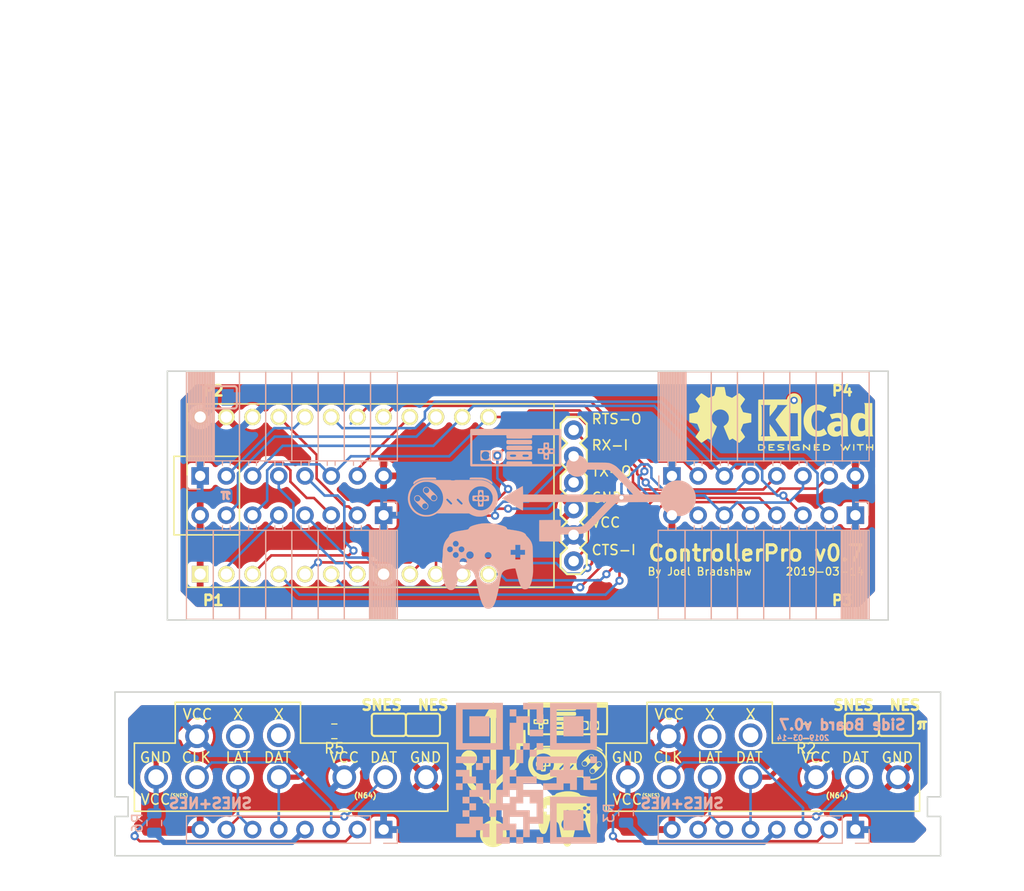
<source format=kicad_pcb>
(kicad_pcb (version 20171130) (host pcbnew 5.1.3-ffb9f22~84~ubuntu18.04.1)
  (layers (0 Top signal) (31 Bottom signal) (34 B.Paste user) (35 F.Paste user) (36 B.SilkS user) (37 F.SilkS user) (38 B.Mask user) (39 F.Mask user) (44 Edge.Cuts user))
  (net 0 "")
  (net 1 CLOCK)
  (net 2 VCC)
  (net 3 GND)
  (net 4 5VDATA1)
  (net 5 5VDATA2)
  (net 6 5VDATA3)
  (net 7 S_OR_NES1)
  (net 8 S_OR_NES2)
  (net 9 S_OR_NES3)
  (net 10 3VDATA1)
  (net 11 3VDATA2)
  (net 12 3VDATA3)
  (net 13 GNDA)
  (net 14 VCCA)
  (net 15 "Net-(JP1-Pad2)")
  (net 16 BT_TX)
  (net 17 BT_RX)
  (net 18 BT_TS)
  (net 19 5VDATA4)
  (net 20 3VDATA4)
  (net 21 S_OR_NES4)
  (net 22 "/Child Board/SNES_NES_A")
  (net 23 "/Child Board/CLK_A")
  (net 24 "/Child Board/LATCH_A")
  (net 25 "/Child Board/SLOW_DATA_A")
  (net 26 "/Child Board/FAST_DATA_A")
  (net 27 "Net-(CP0-Pad8)")
  (net 28 "Net-(CP0-Pad9)")
  (net 29 "/Child Board/SNES_NES_B")
  (net 30 "/Child Board/CLK_B")
  (net 31 "/Child Board/LATCH_B")
  (net 32 "/Child Board/SLOW_DATA_B")
  (net 33 "/Child Board/FAST_DATA_B")
  (net 34 "Net-(CP1-Pad8)")
  (net 35 "Net-(CP1-Pad9)")
  (net 36 "/Child Board/DETECT_A")
  (net 37 "/Child Board/DETECT_B")
  (net 38 LATCH)
  (net 39 DETECT1)
  (net 40 DETECT2)
  (net 41 DETECT3)
  (net 42 DETECT4)
  (module Pin_Headers:Pin_Header_Straight_1x08_Pitch2.54mm (layer Bottom) (at 133.985 137.795 90)
    (fp_text reference P1)
    (fp_text value Conn_01x08_Male)
    (pad 8 thru_hole oval (at 0 -17.78 90) (size 1.7 1.7) (drill 1) (layers *.Cu *.Mask) (net 13 GNDA))
    (pad 7 thru_hole oval (at 0 -15.24 90) (size 1.7 1.7) (drill 1) (layers *.Cu *.Mask) (net 33 "/Child Board/FAST_DATA_B"))
    (pad 6 thru_hole oval (at 0 -12.7 90) (size 1.7 1.7) (drill 1) (layers *.Cu *.Mask) (net 31 "/Child Board/LATCH_B"))
    (pad 5 thru_hole oval (at 0 -10.16 90) (size 1.7 1.7) (drill 1) (layers *.Cu *.Mask) (net 32 "/Child Board/SLOW_DATA_B"))
    (pad 4 thru_hole oval (at 0 -7.62 90) (size 1.7 1.7) (drill 1) (layers *.Cu *.Mask) (net 29 "/Child Board/SNES_NES_B"))
    (pad 3 thru_hole oval (at 0 -5.08 90) (size 1.7 1.7) (drill 1) (layers *.Cu *.Mask) (net 30 "/Child Board/CLK_B"))
    (pad 2 thru_hole oval (at 0 -2.54 90) (size 1.7 1.7) (drill 1) (layers *.Cu *.Mask) (net 37 "/Child Board/DETECT_B"))
    (pad 1 thru_hole rect (at 0 0 90) (size 1.7 1.7) (drill 1) (layers *.Cu *.Mask) (net 14 VCCA))
  )
  (module controllerpro:Teensy30_31_32_LC (layer Top) (at 132.715 105.41)
    (fp_text reference U1)
    (fp_text value Teensy3.2)
    (pad 1 thru_hole rect (at -16.51 7.62) (size 1.6 1.6) (drill 1.1) (layers *.Cu *.Mask F.SilkS) (net 3 GND))
    (pad 2 thru_hole circle (at -13.97 7.62) (size 1.6 1.6) (drill 1.1) (layers *.Cu *.Mask F.SilkS) (net 4 5VDATA1))
    (pad 3 thru_hole circle (at -11.43 7.62) (size 1.6 1.6) (drill 1.1) (layers *.Cu *.Mask F.SilkS) (net 5 5VDATA2))
    (pad 4 thru_hole circle (at -8.89 7.62) (size 1.6 1.6) (drill 1.1) (layers *.Cu *.Mask F.SilkS) (net 6 5VDATA3))
    (pad 5 thru_hole circle (at -6.35 7.62) (size 1.6 1.6) (drill 1.1) (layers *.Cu *.Mask F.SilkS) (net 19 5VDATA4))
    (pad 6 thru_hole circle (at -3.81 7.62) (size 1.6 1.6) (drill 1.1) (layers *.Cu *.Mask F.SilkS) (net 20 3VDATA4))
    (pad 7 thru_hole circle (at -1.27 7.62) (size 1.6 1.6) (drill 1.1) (layers *.Cu *.Mask F.SilkS) (net 8 S_OR_NES2))
    (pad 8 thru_hole circle (at 1.27 7.62) (size 1.6 1.6) (drill 1.1) (layers *.Cu *.Mask F.SilkS) (net 7 S_OR_NES1))
    (pad 9 thru_hole circle (at 3.81 7.62) (size 1.6 1.6) (drill 1.1) (layers *.Cu *.Mask F.SilkS) (net 16 BT_TX))
    (pad 10 thru_hole circle (at 6.35 7.62) (size 1.6 1.6) (drill 1.1) (layers *.Cu *.Mask F.SilkS) (net 17 BT_RX))
    (pad 11 thru_hole circle (at 8.89 7.62) (size 1.6 1.6) (drill 1.1) (layers *.Cu *.Mask F.SilkS) (net 21 S_OR_NES4))
    (pad 12 thru_hole circle (at 11.43 7.62) (size 1.6 1.6) (drill 1.1) (layers *.Cu *.Mask F.SilkS) (net 9 S_OR_NES3))
    (pad 33 thru_hole circle (at -16.51 -7.62) (size 1.6 1.6) (drill 1.1) (layers *.Cu *.Mask F.SilkS) (net 15 "Net-(JP1-Pad2)"))
    (pad 32 thru_hole circle (at -13.97 -7.62) (size 1.6 1.6) (drill 1.1) (layers *.Cu *.Mask F.SilkS) (net 3 GND))
    (pad 31 thru_hole circle (at -11.43 -7.62) (size 1.6 1.6) (drill 1.1) (layers *.Cu *.Mask F.SilkS) (net 2 VCC))
    (pad 30 thru_hole circle (at -8.89 -7.62) (size 1.6 1.6) (drill 1.1) (layers *.Cu *.Mask F.SilkS) (net 39 DETECT1))
    (pad 29 thru_hole circle (at -6.35 -7.62) (size 1.6 1.6) (drill 1.1) (layers *.Cu *.Mask F.SilkS) (net 40 DETECT2))
    (pad 28 thru_hole circle (at -3.81 -7.62) (size 1.6 1.6) (drill 1.1) (layers *.Cu *.Mask F.SilkS) (net 41 DETECT3))
    (pad 27 thru_hole circle (at -1.27 -7.62) (size 1.6 1.6) (drill 1.1) (layers *.Cu *.Mask F.SilkS) (net 42 DETECT4))
    (pad 26 thru_hole circle (at 1.27 -7.62) (size 1.6 1.6) (drill 1.1) (layers *.Cu *.Mask F.SilkS) (net 12 3VDATA3))
    (pad 25 thru_hole circle (at 3.81 -7.62) (size 1.6 1.6) (drill 1.1) (layers *.Cu *.Mask F.SilkS) (net 11 3VDATA2))
    (pad 24 thru_hole circle (at 6.35 -7.62) (size 1.6 1.6) (drill 1.1) (layers *.Cu *.Mask F.SilkS) (net 10 3VDATA1))
    (pad 23 thru_hole circle (at 8.89 -7.62) (size 1.6 1.6) (drill 1.1) (layers *.Cu *.Mask F.SilkS) (net 1 CLOCK))
    (pad 22 thru_hole circle (at 11.43 -7.62) (size 1.6 1.6) (drill 1.1) (layers *.Cu *.Mask F.SilkS) (net 38 LATCH))
  )
  (module logos:sideways (layer Bottom) (at 150.2664 107.6706 180)
    (fp_text reference G*** hide)
    (fp_text value LOGO hide)
  )
  (module logos:qrcode (layer Bottom) (at 147.828 132.334 180)
    (fp_text reference G*** hide)
    (fp_text value LOGO hide)
  )
  (module logos:square_logo (layer Top) (at 148.59 132.461)
    (fp_text reference G*** hide)
    (fp_text value LOGO hide)
  )
  (module Pin_Headers:Pin_Header_Straight_1x08_Pitch2.54mm (layer Bottom) (at 179.705 137.795 90)
    (fp_text reference P3)
    (fp_text value Conn_01x08_Male)
    (pad 1 thru_hole rect (at 0 0 90) (size 1.7 1.7) (drill 1) (layers *.Cu *.Mask) (net 14 VCCA))
    (pad 2 thru_hole oval (at 0 -2.54 90) (size 1.7 1.7) (drill 1) (layers *.Cu *.Mask) (net 36 "/Child Board/DETECT_A"))
    (pad 3 thru_hole oval (at 0 -5.08 90) (size 1.7 1.7) (drill 1) (layers *.Cu *.Mask) (net 23 "/Child Board/CLK_A"))
    (pad 4 thru_hole oval (at 0 -7.62 90) (size 1.7 1.7) (drill 1) (layers *.Cu *.Mask) (net 22 "/Child Board/SNES_NES_A"))
    (pad 5 thru_hole oval (at 0 -10.16 90) (size 1.7 1.7) (drill 1) (layers *.Cu *.Mask) (net 25 "/Child Board/SLOW_DATA_A"))
    (pad 6 thru_hole oval (at 0 -12.7 90) (size 1.7 1.7) (drill 1) (layers *.Cu *.Mask) (net 24 "/Child Board/LATCH_A"))
    (pad 7 thru_hole oval (at 0 -15.24 90) (size 1.7 1.7) (drill 1) (layers *.Cu *.Mask) (net 26 "/Child Board/FAST_DATA_A"))
    (pad 8 thru_hole oval (at 0 -17.78 90) (size 1.7 1.7) (drill 1) (layers *.Cu *.Mask) (net 13 GNDA))
  )
  (module controllerpro:RN42 (layer Top) (at 152.4 105.41 180)
    (fp_text reference U$1 hide)
    (fp_text value RN42 hide)
    (fp_text user RX-I (at -1.651 4.318) (layer F.SilkS) (effects (font (size 0.9652 0.9652) (thickness 0.1524)) (justify left bottom)))
    (fp_text user CTS-I (at -1.651 -5.842) (layer F.SilkS) (effects (font (size 0.9652 0.9652) (thickness 0.1524)) (justify left bottom)))
    (fp_text user RTS-O (at -1.651 6.858) (layer F.SilkS) (effects (font (size 0.9652 0.9652) (thickness 0.1524)) (justify left bottom)))
    (fp_text user TX-O (at -1.651 1.778) (layer F.SilkS) (effects (font (size 0.9652 0.9652) (thickness 0.1524)) (justify left bottom)))
    (fp_text user GND (at -1.651 -0.762) (layer F.SilkS) (effects (font (size 0.9652 0.9652) (thickness 0.1524)) (justify left bottom)))
    (fp_text user VCC (at -1.651 -3.175) (layer F.SilkS) (effects (font (size 0.9652 0.9652) (thickness 0.1524)) (justify left bottom)))
    (pad CTS-I thru_hole circle (at 0 -6.35) (size 1.8796 1.8796) (drill 1.016) (layers *.Cu *.Mask) (net 18 BT_TS))
    (pad VCC thru_hole circle (at 0 -3.81) (size 1.8796 1.8796) (drill 1.016) (layers *.Cu *.Mask) (net 2 VCC))
    (pad GND thru_hole circle (at 0 -1.27) (size 1.8796 1.8796) (drill 1.016) (layers *.Cu *.Mask) (net 3 GND))
    (pad TX-0 thru_hole circle (at 0 1.27) (size 1.8796 1.8796) (drill 1.016) (layers *.Cu *.Mask) (net 16 BT_TX))
    (pad RX-I thru_hole circle (at 0 3.81) (size 1.8796 1.8796) (drill 1.016) (layers *.Cu *.Mask) (net 17 BT_RX))
    (pad RTS-0 thru_hole circle (at 0 6.35) (size 1.8796 1.8796) (drill 1.016) (layers *.Cu *.Mask) (net 18 BT_TS))
  )
  (module controllerpro:NINTENDO-MULTI (layer Top) (at 169.545 132.715)
    (fp_text reference CP0)
    (fp_text value NINTENDO-MULTI_LARGE)
    (fp_text user "(N64)" (at 8.382 1.778) (layer F.SilkS) (effects (font (size 0.5 0.5) (thickness 0.125))))
    (fp_text user DAT (at 10.16 -1.905) (layer F.SilkS))
    (fp_text user GND (at 14.224 -1.905) (layer F.SilkS))
    (fp_text user VCC (at 6.35 -1.905) (layer F.SilkS))
    (fp_text user VCC (at -11.938 2.159) (layer F.SilkS))
    (fp_text user GND (at -11.938 -1.905) (layer F.SilkS))
    (fp_text user VCC (at -7.874 -6.096) (layer F.SilkS))
    (fp_text user DAT (at -0.127 -1.905) (layer F.SilkS))
    (fp_text user LAT (at -3.937 -1.905) (layer F.SilkS))
    (fp_text user CLK (at -8.001 -1.905) (layer F.SilkS))
    (fp_text user X (at -3.937 -6.096) (layer F.SilkS))
    (fp_text user X (at 0 -6.096) (layer F.SilkS))
    (fp_text user "(SNES)" (at -9.652 1.778) (layer F.SilkS) (effects (font (size 0.33 0.33) (thickness 0.0825))))
    (pad 1 thru_hole circle (at -11.8872 0) (size 2.286 2.286) (drill 1.52) (layers *.Cu *.Mask) (net 36 "/Child Board/DETECT_A"))
    (pad 2 thru_hole circle (at -7.9248 0) (size 2.286 2.286) (drill 1.52) (layers *.Cu *.Mask) (net 23 "/Child Board/CLK_A"))
    (pad 3 thru_hole circle (at -3.9624 0) (size 2.286 2.286) (drill 1.52) (layers *.Cu *.Mask) (net 24 "/Child Board/LATCH_A"))
    (pad 4 thru_hole circle (at 0 0) (size 2.286 2.286) (drill 1.52) (layers *.Cu *.Mask) (net 25 "/Child Board/SLOW_DATA_A"))
    (pad 5 thru_hole circle (at 6.35 0) (size 2.286 2.286) (drill 1.52) (layers *.Cu *.Mask) (net 14 VCCA))
    (pad 6 thru_hole circle (at 10.3124 0) (size 2.286 2.286) (drill 1.52) (layers *.Cu *.Mask) (net 26 "/Child Board/FAST_DATA_A"))
    (pad 7 thru_hole circle (at 14.2748 0) (size 2.286 2.286) (drill 1.52) (layers *.Cu *.Mask) (net 13 GNDA))
    (pad 8 thru_hole circle (at 0 -4.064) (size 2.286 2.286) (drill 1.52) (layers *.Cu *.Mask) (net 27 "Net-(CP0-Pad8)"))
    (pad 9 thru_hole circle (at -3.9624 -3.9624) (size 2.286 2.286) (drill 1.52) (layers *.Cu *.Mask) (net 28 "Net-(CP0-Pad9)"))
    (pad 10 thru_hole circle (at -7.9248 -3.9624) (size 2.286 2.286) (drill 1.52) (layers *.Cu *.Mask) (net 14 VCCA))
  )
  (module Resistor_SMD:R_0805_2012Metric (layer Bottom) (at 111.76 137.16 270)
    (fp_text reference R6 (at 0 1.65 90) (layer B.SilkS) (effects (justify mirror)))
    (fp_text value R)
    (pad 2 smd roundrect (at 0.9375 0 270) (size 0.975 1.4) (layers Bottom B.Paste B.Mask) (net 29 "/Child Board/SNES_NES_B"))
    (pad 1 smd roundrect (at -0.9375 0 270) (size 0.975 1.4) (layers Bottom B.Paste B.Mask) (net 37 "/Child Board/DETECT_B"))
  )
  (module Resistor_SMD:R_0805_2012Metric (layer Bottom) (at 157.48 136.1925 270)
    (fp_text reference R3 (at 0 1.65 270) (layer B.SilkS) (effects (justify mirror)))
    (fp_text value R)
    (pad 2 smd roundrect (at 0.9375 0 270) (size 0.975 1.4) (layers Bottom B.Paste B.Mask) (net 22 "/Child Board/SNES_NES_A"))
    (pad 1 smd roundrect (at -0.9375 0 270) (size 0.975 1.4) (layers Bottom B.Paste B.Mask) (net 36 "/Child Board/DETECT_A"))
  )
  (module t32_ref:SOLDERJUMPER (layer Top) (at 134.493 127.635)
    (fp_text reference JP6)
    (fp_text value SolderJumper_2_Open)
    (pad 2 smd rect (at 0.762 0) (size 1.1684 1.6002) (layers Top F.Mask) (net 37 "/Child Board/DETECT_B"))
    (pad 1 smd rect (at -0.762 0) (size 1.1684 1.6002) (layers Top F.Mask) (net 14 VCCA))
  )
  (module Resistor_SMD:R_0805_2012Metric (layer Top) (at 129.2075 128.27 180)
    (fp_text reference R5 (at 0 -1.65) (layer F.SilkS))
    (fp_text value R)
    (pad 2 smd roundrect (at 0.9375 0 180) (size 0.975 1.4) (layers Top F.Paste F.Mask) (net 13 GNDA))
    (pad 1 smd roundrect (at -0.9375 0 180) (size 0.975 1.4) (layers Top F.Paste F.Mask) (net 32 "/Child Board/SLOW_DATA_B"))
  )
  (module Resistor_SMD:R_0805_2012Metric (layer Top) (at 174.9275 128.27 180)
    (fp_text reference R2 (at 0 -1.65) (layer F.SilkS))
    (fp_text value R)
    (pad 2 smd roundrect (at 0.9375 0 180) (size 0.975 1.4) (layers Top F.Paste F.Mask) (net 13 GNDA))
    (pad 1 smd roundrect (at -0.9375 0 180) (size 0.975 1.4) (layers Top F.Paste F.Mask) (net 25 "/Child Board/SLOW_DATA_A"))
  )
  (module t32_ref:SOLDERJUMPER (layer Top) (at 137.795 127.635)
    (fp_text reference JP7)
    (fp_text value SolderJumper_2_Open)
    (pad 2 smd rect (at 0.762 0) (size 1.1684 1.6002) (layers Top F.Mask) (net 13 GNDA))
    (pad 1 smd rect (at -0.762 0) (size 1.1684 1.6002) (layers Top F.Mask) (net 37 "/Child Board/DETECT_B"))
  )
  (module t32_ref:SOLDERJUMPER (layer Top) (at 183.642 127.635)
    (fp_text reference JP5)
    (fp_text value SolderJumper_2_Open)
    (pad 2 smd rect (at 0.762 0) (size 1.1684 1.6002) (layers Top F.Mask) (net 13 GNDA))
    (pad 1 smd rect (at -0.762 0) (size 1.1684 1.6002) (layers Top F.Mask) (net 36 "/Child Board/DETECT_A"))
  )
  (module t32_ref:SOLDERJUMPER (layer Top) (at 180.34 127.635)
    (fp_text reference JP4)
    (fp_text value SolderJumper_2_Open)
    (pad 2 smd rect (at 0.762 0) (size 1.1684 1.6002) (layers Top F.Mask) (net 36 "/Child Board/DETECT_A"))
    (pad 1 smd rect (at -0.762 0) (size 1.1684 1.6002) (layers Top F.Mask) (net 14 VCCA))
  )
  (module controllerpro:NINTENDO-MULTI (layer Top) (at 123.825 132.715)
    (fp_text reference CP1)
    (fp_text value NINTENDO-MULTI_LARGE)
    (fp_text user "(N64)" (at 8.382 1.778) (layer F.SilkS) (effects (font (size 0.5 0.5) (thickness 0.125))))
    (fp_text user DAT (at 10.16 -1.905) (layer F.SilkS))
    (fp_text user GND (at 14.224 -1.905) (layer F.SilkS))
    (fp_text user VCC (at 6.35 -1.905) (layer F.SilkS))
    (fp_text user VCC (at -11.938 2.159) (layer F.SilkS))
    (fp_text user GND (at -11.938 -1.905) (layer F.SilkS))
    (fp_text user VCC (at -7.874 -6.096) (layer F.SilkS))
    (fp_text user DAT (at -0.127 -1.905) (layer F.SilkS))
    (fp_text user LAT (at -3.937 -1.905) (layer F.SilkS))
    (fp_text user CLK (at -8.001 -1.905) (layer F.SilkS))
    (fp_text user X (at -3.937 -6.096) (layer F.SilkS))
    (fp_text user X (at 0 -6.096) (layer F.SilkS))
    (fp_text user "(SNES)" (at -9.652 1.778) (layer F.SilkS) (effects (font (size 0.33 0.33) (thickness 0.0825))))
    (pad 1 thru_hole circle (at -11.8872 0) (size 2.286 2.286) (drill 1.52) (layers *.Cu *.Mask) (net 37 "/Child Board/DETECT_B"))
    (pad 2 thru_hole circle (at -7.9248 0) (size 2.286 2.286) (drill 1.52) (layers *.Cu *.Mask) (net 30 "/Child Board/CLK_B"))
    (pad 3 thru_hole circle (at -3.9624 0) (size 2.286 2.286) (drill 1.52) (layers *.Cu *.Mask) (net 31 "/Child Board/LATCH_B"))
    (pad 4 thru_hole circle (at 0 0) (size 2.286 2.286) (drill 1.52) (layers *.Cu *.Mask) (net 32 "/Child Board/SLOW_DATA_B"))
    (pad 5 thru_hole circle (at 6.35 0) (size 2.286 2.286) (drill 1.52) (layers *.Cu *.Mask) (net 14 VCCA))
    (pad 6 thru_hole circle (at 10.3124 0) (size 2.286 2.286) (drill 1.52) (layers *.Cu *.Mask) (net 33 "/Child Board/FAST_DATA_B"))
    (pad 7 thru_hole circle (at 14.2748 0) (size 2.286 2.286) (drill 1.52) (layers *.Cu *.Mask) (net 13 GNDA))
    (pad 8 thru_hole circle (at 0 -4.064) (size 2.286 2.286) (drill 1.52) (layers *.Cu *.Mask) (net 34 "Net-(CP1-Pad8)"))
    (pad 9 thru_hole circle (at -3.9624 -3.9624) (size 2.286 2.286) (drill 1.52) (layers *.Cu *.Mask) (net 35 "Net-(CP1-Pad9)"))
    (pad 10 thru_hole circle (at -7.9248 -3.9624) (size 2.286 2.286) (drill 1.52) (layers *.Cu *.Mask) (net 14 VCCA))
  )
  (module logos:designedwithkicad (layer Top) (at 175.768 98.298)
    (fp_text reference G*** hide)
    (fp_text value LOGO hide)
  )
  (module logos:OSHlogo (layer Top) (at 166.624 97.663)
    (fp_text reference G*** hide)
    (fp_text value LOGO hide)
  )
  (module Socket_Strips:Socket_Strip_Angled_1x08_Pitch2.54mm (layer Bottom) (at 161.925 103.505 270)
    (fp_text reference S4)
    (fp_text value Conn_01x08_Female)
    (pad 8 thru_hole oval (at 0 -17.78 270) (size 1.7 1.7) (drill 1) (layers *.Cu *.Mask) (net 3 GND))
    (pad 7 thru_hole oval (at 0 -15.24 270) (size 1.7 1.7) (drill 1) (layers *.Cu *.Mask) (net 20 3VDATA4))
    (pad 6 thru_hole oval (at 0 -12.7 270) (size 1.7 1.7) (drill 1) (layers *.Cu *.Mask) (net 38 LATCH))
    (pad 5 thru_hole oval (at 0 -10.16 270) (size 1.7 1.7) (drill 1) (layers *.Cu *.Mask) (net 19 5VDATA4))
    (pad 4 thru_hole oval (at 0 -7.62 270) (size 1.7 1.7) (drill 1) (layers *.Cu *.Mask) (net 21 S_OR_NES4))
    (pad 3 thru_hole oval (at 0 -5.08 270) (size 1.7 1.7) (drill 1) (layers *.Cu *.Mask) (net 1 CLOCK))
    (pad 2 thru_hole oval (at 0 -2.54 270) (size 1.7 1.7) (drill 1) (layers *.Cu *.Mask) (net 42 DETECT4))
    (pad 1 thru_hole rect (at 0 0 270) (size 1.7 1.7) (drill 1) (layers *.Cu *.Mask) (net 2 VCC))
  )
  (module Socket_Strips:Socket_Strip_Angled_1x08_Pitch2.54mm (layer Bottom) (at 116.205 103.505 270)
    (fp_text reference S2)
    (fp_text value Conn_01x08_Female)
    (pad 8 thru_hole oval (at 0 -17.78 270) (size 1.7 1.7) (drill 1) (layers *.Cu *.Mask) (net 3 GND))
    (pad 7 thru_hole oval (at 0 -15.24 270) (size 1.7 1.7) (drill 1) (layers *.Cu *.Mask) (net 11 3VDATA2))
    (pad 6 thru_hole oval (at 0 -12.7 270) (size 1.7 1.7) (drill 1) (layers *.Cu *.Mask) (net 38 LATCH))
    (pad 5 thru_hole oval (at 0 -10.16 270) (size 1.7 1.7) (drill 1) (layers *.Cu *.Mask) (net 5 5VDATA2))
    (pad 4 thru_hole oval (at 0 -7.62 270) (size 1.7 1.7) (drill 1) (layers *.Cu *.Mask) (net 8 S_OR_NES2))
    (pad 3 thru_hole oval (at 0 -5.08 270) (size 1.7 1.7) (drill 1) (layers *.Cu *.Mask) (net 1 CLOCK))
    (pad 2 thru_hole oval (at 0 -2.54 270) (size 1.7 1.7) (drill 1) (layers *.Cu *.Mask) (net 40 DETECT2))
    (pad 1 thru_hole rect (at 0 0 270) (size 1.7 1.7) (drill 1) (layers *.Cu *.Mask) (net 2 VCC))
  )
  (module Socket_Strips:Socket_Strip_Angled_1x08_Pitch2.54mm (layer Bottom) (at 133.985 107.315 90)
    (fp_text reference S1)
    (fp_text value Conn_01x08_Female)
    (pad 8 thru_hole oval (at 0 -17.78 90) (size 1.7 1.7) (drill 1) (layers *.Cu *.Mask) (net 3 GND))
    (pad 7 thru_hole oval (at 0 -15.24 90) (size 1.7 1.7) (drill 1) (layers *.Cu *.Mask) (net 10 3VDATA1))
    (pad 6 thru_hole oval (at 0 -12.7 90) (size 1.7 1.7) (drill 1) (layers *.Cu *.Mask) (net 38 LATCH))
    (pad 5 thru_hole oval (at 0 -10.16 90) (size 1.7 1.7) (drill 1) (layers *.Cu *.Mask) (net 4 5VDATA1))
    (pad 4 thru_hole oval (at 0 -7.62 90) (size 1.7 1.7) (drill 1) (layers *.Cu *.Mask) (net 7 S_OR_NES1))
    (pad 3 thru_hole oval (at 0 -5.08 90) (size 1.7 1.7) (drill 1) (layers *.Cu *.Mask) (net 1 CLOCK))
    (pad 2 thru_hole oval (at 0 -2.54 90) (size 1.7 1.7) (drill 1) (layers *.Cu *.Mask) (net 39 DETECT1))
    (pad 1 thru_hole rect (at 0 0 90) (size 1.7 1.7) (drill 1) (layers *.Cu *.Mask) (net 2 VCC))
  )
  (module Socket_Strips:Socket_Strip_Angled_1x08_Pitch2.54mm (layer Bottom) (at 179.705 107.315 90)
    (fp_text reference S3)
    (fp_text value Conn_01x08_Female)
    (pad 8 thru_hole oval (at 0 -17.78 90) (size 1.7 1.7) (drill 1) (layers *.Cu *.Mask) (net 3 GND))
    (pad 7 thru_hole oval (at 0 -15.24 90) (size 1.7 1.7) (drill 1) (layers *.Cu *.Mask) (net 12 3VDATA3))
    (pad 6 thru_hole oval (at 0 -12.7 90) (size 1.7 1.7) (drill 1) (layers *.Cu *.Mask) (net 38 LATCH))
    (pad 5 thru_hole oval (at 0 -10.16 90) (size 1.7 1.7) (drill 1) (layers *.Cu *.Mask) (net 6 5VDATA3))
    (pad 4 thru_hole oval (at 0 -7.62 90) (size 1.7 1.7) (drill 1) (layers *.Cu *.Mask) (net 9 S_OR_NES3))
    (pad 3 thru_hole oval (at 0 -5.08 90) (size 1.7 1.7) (drill 1) (layers *.Cu *.Mask) (net 1 CLOCK))
    (pad 2 thru_hole oval (at 0 -2.54 90) (size 1.7 1.7) (drill 1) (layers *.Cu *.Mask) (net 41 DETECT3))
    (pad 1 thru_hole rect (at 0 0 90) (size 1.7 1.7) (drill 1) (layers *.Cu *.Mask) (net 2 VCC))
  )
  (module t32_ref:SOLDERJUMPER (layer Bottom) (at 118.11 95.885 180)
    (fp_text reference JP1)
    (fp_text value SolderJumper_2_Open)
    (pad 2 smd rect (at 0.762 0 180) (size 1.1684 1.6002) (layers Bottom B.Paste B.Mask) (net 15 "Net-(JP1-Pad2)"))
    (pad 1 smd rect (at -0.762 0 180) (size 1.1684 1.6002) (layers Bottom B.Paste B.Mask) (net 2 VCC))
  )
  (gr_line (start 182.88 93.345) (end 113.03 93.345) (layer Edge.Cuts) (width 0.15))
  (gr_text π (at 118.6942 105.283) (layer B.SilkS) (effects (font (size 1 1) (thickness 0.25)) (justify mirror)))
  (gr_text P2 (at 117.475 95.25) (layer F.SilkS) (effects (font (size 1 1) (thickness 0.25))))
  (gr_text "ControllerPro v0.7" (at 170.053 110.998) (layer F.SilkS) (effects (font (size 1.5 1.5) (thickness 0.3))))
  (gr_text 2019-03-14 (at 176.747642 112.776) (layer F.SilkS) (effects (font (size 0.75 0.75) (thickness 0.125))))
  (gr_text P4 (at 178.435 95.25) (layer F.SilkS) (effects (font (size 1 1) (thickness 0.25))))
  (gr_line (start 113.03 93.345) (end 113.03 117.475) (layer Edge.Cuts) (width 0.15))
  (gr_line (start 182.88 117.475) (end 182.88 93.345) (layer Edge.Cuts) (width 0.15))
  (gr_line (start 113.03 117.475) (end 182.88 117.475) (layer Edge.Cuts) (width 0.15))
  (gr_text "By Joel Bradshaw" (at 164.608357 112.776) (layer F.SilkS) (effects (font (size 0.75 0.75) (thickness 0.125))))
  (gr_text P1 (at 117.475 115.57) (layer F.SilkS) (effects (font (size 1 1) (thickness 0.25))))
  (gr_text "P3\n" (at 178.435 115.57) (layer F.SilkS) (effects (font (size 1 1) (thickness 0.25))))
  (gr_line (start 107.95 140.335) (end 187.96 140.335) (layer Edge.Cuts) (width 0.15))
  (gr_line (start 186.69 136.525) (end 186.69 134.62) (layer Edge.Cuts) (width 0.15))
  (gr_text "Side Board v0.7" (at 178.435 127.635) (layer B.SilkS) (effects (font (size 1 1) (thickness 0.25)) (justify mirror)))
  (gr_line (start 186.69 136.525) (end 187.96 136.525) (layer Edge.Cuts) (width 0.15))
  (gr_line (start 109.22 134.62) (end 107.95 134.62) (layer Edge.Cuts) (width 0.15))
  (gr_text NES (at 137.16 125.73) (layer F.SilkS) (effects (font (size 1 1) (thickness 0.25)) (justify left)))
  (gr_line (start 107.95 136.525) (end 107.95 140.335) (layer Edge.Cuts) (width 0.15))
  (gr_line (start 186.69 134.62) (end 187.96 134.62) (layer Edge.Cuts) (width 0.15))
  (gr_line (start 107.95 124.46) (end 107.95 134.62) (layer Edge.Cuts) (width 0.15))
  (gr_line (start 187.96 124.46) (end 187.96 134.62) (layer Edge.Cuts) (width 0.15))
  (gr_line (start 109.22 136.525) (end 109.22 134.62) (layer Edge.Cuts) (width 0.15))
  (gr_text SNES+NES (at 113.03 135.255) (layer B.SilkS) (effects (font (size 1 1) (thickness 0.25)) (justify right mirror)))
  (gr_text "SNES\n" (at 135.89 125.73) (layer F.SilkS) (effects (font (size 1 1) (thickness 0.25)) (justify right)))
  (gr_text 2019-03-14 (at 174.625 128.905) (layer B.SilkS) (effects (font (size 0.5 0.5) (thickness 0.125)) (justify mirror)))
  (gr_line (start 187.96 124.46) (end 107.95 124.46) (layer Edge.Cuts) (width 0.15))
  (gr_text NES (at 182.88 125.73) (layer F.SilkS) (effects (font (size 1 1) (thickness 0.25)) (justify left)))
  (gr_text SNES+NES (at 158.75 135.255) (layer B.SilkS) (effects (font (size 1 1) (thickness 0.25)) (justify right mirror)))
  (gr_line (start 109.22 136.525) (end 107.95 136.525) (layer Edge.Cuts) (width 0.15))
  (gr_text "SNES\n" (at 181.61 125.73) (layer F.SilkS) (effects (font (size 1 1) (thickness 0.25)) (justify right)))
  (gr_text π (at 186.1312 127.5588) (layer F.SilkS) (effects (font (size 1 1) (thickness 0.25))))
  (gr_line (start 187.96 136.525) (end 187.96 140.335) (layer Edge.Cuts) (width 0.15))
  (segment (start 138.811 100.584) (end 140.805001 98.589999) (width 0.25) (layer Bottom) (net 1))
  (segment (start 122.555 102.235) (end 121.285 103.505) (width 0.25) (layer Top) (net 1))
  (segment (start 127.23259 105.64259) (end 126.531682 105.64259) (width 0.25) (layer Top) (net 1))
  (segment (start 121.285 103.505) (end 124.206 100.584) (width 0.25) (layer Bottom) (net 1))
  (segment (start 124.206 100.584) (end 138.811 100.584) (width 0.25) (layer Bottom) (net 1))
  (segment (start 124.096554 102.108) (end 122.555 102.108) (width 0.25) (layer Top) (net 1))
  (segment (start 128.905 107.315) (end 127.23259 105.64259) (width 0.25) (layer Top) (net 1))
  (segment (start 126.531682 105.64259) (end 124.952401 104.063309) (width 0.25) (layer Top) (net 1))
  (segment (start 124.952401 102.963847) (end 124.096554 102.108) (width 0.25) (layer Top) (net 1))
  (segment (start 140.805001 98.589999) (end 141.605 97.79) (width 0.25) (layer Bottom) (net 1))
  (segment (start 122.555 102.108) (end 122.555 102.235) (width 0.25) (layer Top) (net 1))
  (segment (start 124.952401 104.063309) (end 124.952401 102.963847) (width 0.25) (layer Top) (net 1))
  (via (at 172.72 105.41) (size 0.8) (drill 0.4) (layers Top Bottom) (net 1))
  (segment (start 174.625 107.315) (end 172.72 105.41) (width 0.25) (layer Top) (net 1))
  (segment (start 167.854999 102.655001) (end 167.005 103.505) (width 0.25) (layer Bottom) (net 1))
  (segment (start 168.132401 102.377599) (end 167.854999 102.655001) (width 0.25) (layer Bottom) (net 1))
  (segment (start 170.086153 102.377599) (end 168.132401 102.377599) (width 0.25) (layer Bottom) (net 1))
  (segment (start 170.672401 102.963847) (end 170.086153 102.377599) (width 0.25) (layer Bottom) (net 1))
  (segment (start 170.672401 103.928086) (end 170.672401 102.963847) (width 0.25) (layer Bottom) (net 1))
  (segment (start 172.154315 105.41) (end 170.672401 103.928086) (width 0.25) (layer Bottom) (net 1))
  (segment (start 172.72 105.41) (end 172.154315 105.41) (width 0.25) (layer Bottom) (net 1))
  (segment (start 160.2126 96.7126) (end 166.155001 102.655001) (width 0.25) (layer Bottom) (net 1))
  (segment (start 166.155001 102.655001) (end 167.005 103.505) (width 0.25) (layer Bottom) (net 1))
  (segment (start 141.605 97.79) (end 142.6824 96.7126) (width 0.25) (layer Bottom) (net 1))
  (segment (start 142.6824 96.7126) (end 160.2126 96.7126) (width 0.25) (layer Bottom) (net 1))
  (segment (start 118.872 95.885) (end 120.65 95.885) (width 1) (layer Bottom) (net 2))
  (via (at 173.7614 96.1644) (size 0.8) (drill 0.4) (layers Top Bottom) (net 3))
  (segment (start 123.825 107.315) (end 118.745 112.395) (width 0.25) (layer Bottom) (net 4))
  (segment (start 118.745 112.395) (end 118.745 113.03) (width 0.25) (layer Bottom) (net 4))
  (segment (start 129.54 105.41) (end 128.27 105.41) (width 0.25) (layer Bottom) (net 5))
  (segment (start 121.285 113.03) (end 123.105401 111.209599) (width 0.25) (layer Top) (net 5))
  (segment (start 128.27 105.41) (end 126.365 103.505) (width 0.25) (layer Bottom) (net 5))
  (segment (start 130.175 109.728) (end 130.175 106.045) (width 0.25) (layer Bottom) (net 5))
  (segment (start 130.175 109.855) (end 130.175 109.728) (width 0.25) (layer Bottom) (net 5))
  (via (at 131.064 110.744) (size 0.8) (drill 0.4) (layers Top Bottom) (net 5))
  (segment (start 131.064 110.744) (end 130.175 109.855) (width 0.25) (layer Bottom) (net 5))
  (segment (start 123.105401 111.209599) (end 130.598401 111.209599) (width 0.25) (layer Top) (net 5))
  (segment (start 130.598401 111.209599) (end 131.064 110.744) (width 0.25) (layer Top) (net 5))
  (segment (start 130.175 106.045) (end 129.54 105.41) (width 0.25) (layer Bottom) (net 5))
  (segment (start 168.269999 106.039999) (end 161.295001 106.039999) (width 0.25) (layer Top) (net 6))
  (segment (start 169.545 107.315) (end 168.269999 106.039999) (width 0.25) (layer Top) (net 6))
  (via (at 156.845 113.665) (size 0.8) (drill 0.4) (layers Top Bottom) (net 6))
  (segment (start 156.845 113.665) (end 156.845 110.49) (width 0.25) (layer Top) (net 6))
  (segment (start 161.295001 106.039999) (end 156.845 110.49) (width 0.25) (layer Top) (net 6))
  (segment (start 125.814811 115.019811) (end 124.624999 113.829999) (width 0.25) (layer Bottom) (net 6))
  (segment (start 124.624999 113.829999) (end 123.825 113.03) (width 0.25) (layer Bottom) (net 6))
  (segment (start 156.845 113.665) (end 155.490189 115.019811) (width 0.25) (layer Bottom) (net 6))
  (segment (start 155.490189 115.019811) (end 125.814811 115.019811) (width 0.25) (layer Bottom) (net 6))
  (segment (start 132.376401 111.421401) (end 133.185001 112.230001) (width 0.25) (layer Bottom) (net 7))
  (segment (start 130.471401 111.421401) (end 132.376401 111.421401) (width 0.25) (layer Bottom) (net 7))
  (segment (start 126.365 107.315) (end 130.471401 111.421401) (width 0.25) (layer Bottom) (net 7))
  (segment (start 133.185001 112.230001) (end 133.985 113.03) (width 0.25) (layer Bottom) (net 7))
  (segment (start 130.367599 111.952599) (end 130.645001 112.230001) (width 0.25) (layer Bottom) (net 8))
  (segment (start 129.334045 111.952599) (end 130.367599 111.952599) (width 0.25) (layer Bottom) (net 8))
  (segment (start 125.237599 106.11968) (end 125.237599 107.856153) (width 0.25) (layer Bottom) (net 8))
  (segment (start 123.825 104.707081) (end 125.237599 106.11968) (width 0.25) (layer Bottom) (net 8))
  (segment (start 125.237599 107.856153) (end 129.334045 111.952599) (width 0.25) (layer Bottom) (net 8))
  (segment (start 123.825 103.505) (end 123.825 104.707081) (width 0.25) (layer Bottom) (net 8))
  (segment (start 130.645001 112.230001) (end 131.445 113.03) (width 0.25) (layer Bottom) (net 8))
  (segment (start 170.407588 105.637588) (end 171.235001 106.465001) (width 0.25) (layer Top) (net 9))
  (segment (start 171.235001 106.465001) (end 172.085 107.315) (width 0.25) (layer Top) (net 9))
  (segment (start 160.32387 105.637588) (end 170.407588 105.637588) (width 0.25) (layer Top) (net 9))
  (segment (start 156.158229 109.803229) (end 160.32387 105.637588) (width 0.25) (layer Top) (net 9))
  (segment (start 156.158229 109.803229) (end 156.158229 112.446771) (width 0.25) (layer Top) (net 9))
  (via (at 155.575 113.03) (size 0.8) (drill 0.4) (layers Top Bottom) (net 9))
  (segment (start 156.158229 112.446771) (end 155.575 113.03) (width 0.25) (layer Top) (net 9))
  (segment (start 145.868969 113.622599) (end 145.27637 113.03) (width 0.25) (layer Bottom) (net 9))
  (segment (start 145.27637 113.03) (end 144.145 113.03) (width 0.25) (layer Bottom) (net 9))
  (segment (start 150.537401 113.622599) (end 145.868969 113.622599) (width 0.25) (layer Bottom) (net 9))
  (segment (start 154.982401 113.622599) (end 155.575 113.03) (width 0.25) (layer Bottom) (net 9))
  (segment (start 150.537401 113.622599) (end 154.982401 113.622599) (width 0.25) (layer Bottom) (net 9))
  (segment (start 119.594999 106.465001) (end 118.745 107.315) (width 0.25) (layer Bottom) (net 10))
  (segment (start 139.065 97.79) (end 137.16 99.695) (width 0.25) (layer Bottom) (net 10))
  (segment (start 119.872401 103.249045) (end 119.872401 106.187599) (width 0.25) (layer Bottom) (net 10))
  (segment (start 137.16 99.695) (end 123.426446 99.695) (width 0.25) (layer Bottom) (net 10))
  (segment (start 123.426446 99.695) (end 119.872401 103.249045) (width 0.25) (layer Bottom) (net 10))
  (segment (start 119.872401 106.187599) (end 119.594999 106.465001) (width 0.25) (layer Bottom) (net 10))
  (segment (start 136.525 97.79) (end 131.445 102.87) (width 0.25) (layer Top) (net 11))
  (segment (start 131.445 102.87) (end 131.445 103.505) (width 0.25) (layer Top) (net 11))
  (via (at 159.260752 103.057748) (size 0.8) (drill 0.4) (layers Top Bottom) (net 12))
  (segment (start 158.860753 103.457747) (end 159.260752 103.057748) (width 0.25) (layer Bottom) (net 12))
  (segment (start 162.962411 105.812411) (end 160.054855 105.812411) (width 0.25) (layer Bottom) (net 12))
  (segment (start 158.707598 103.610902) (end 158.860753 103.457747) (width 0.25) (layer Bottom) (net 12))
  (segment (start 164.465 107.315) (end 162.962411 105.812411) (width 0.25) (layer Bottom) (net 12))
  (segment (start 158.707598 104.465154) (end 158.707598 103.610902) (width 0.25) (layer Bottom) (net 12))
  (segment (start 160.054855 105.812411) (end 158.707598 104.465154) (width 0.25) (layer Bottom) (net 12))
  (segment (start 133.985 97.79) (end 135.062401 96.712599) (width 0.25) (layer Top) (net 12))
  (segment (start 135.062401 96.712599) (end 153.481288 96.712599) (width 0.25) (layer Top) (net 12))
  (segment (start 159.260752 102.492063) (end 159.260752 103.057748) (width 0.25) (layer Top) (net 12))
  (segment (start 153.481288 96.712599) (end 159.260752 102.492063) (width 0.25) (layer Top) (net 12))
  (segment (start 118.491 130.429) (end 124.841 130.429) (width 0.7) (layer Bottom) (net 14))
  (segment (start 164.211 130.429) (end 170.561 130.429) (width 0.7) (layer Bottom) (net 14))
  (segment (start 179.578 129.032) (end 175.895 132.715) (width 0.5) (layer Top) (net 14))
  (segment (start 133.731 127.635) (end 133.731 129.159) (width 0.5) (layer Top) (net 14))
  (segment (start 133.731 129.159) (end 130.175 132.715) (width 0.5) (layer Top) (net 14))
  (segment (start 179.578 127.635) (end 179.578 129.032) (width 0.5) (layer Top) (net 14))
  (segment (start 117.348 95.885) (end 117.348 96.647) (width 1) (layer Bottom) (net 15))
  (segment (start 117.348 96.647) (end 116.205 97.79) (width 1) (layer Bottom) (net 15))
  (segment (start 152.4 104.14) (end 150.495 106.045) (width 0.25) (layer Bottom) (net 16))
  (via (at 146.05 106.68) (size 0.8) (drill 0.4) (layers Top Bottom) (net 16))
  (segment (start 142.875 106.68) (end 146.05 106.68) (width 0.25) (layer Top) (net 16))
  (segment (start 141.605 107.95) (end 142.875 106.68) (width 0.25) (layer Top) (net 16))
  (segment (start 141.605 107.95) (end 136.525 113.03) (width 0.25) (layer Top) (net 16))
  (segment (start 149.86 106.68) (end 150.495 106.045) (width 0.25) (layer Bottom) (net 16))
  (segment (start 146.05 106.68) (end 149.86 106.68) (width 0.25) (layer Bottom) (net 16))
  (via (at 144.78 107.3574) (size 0.8) (drill 0.4) (layers Top Bottom) (net 17))
  (segment (start 151.460201 102.539799) (end 152.4 101.6) (width 0.25) (layer Bottom) (net 17))
  (segment (start 147.997401 106.002599) (end 151.460201 102.539799) (width 0.25) (layer Bottom) (net 17))
  (segment (start 145.569116 106.002599) (end 147.997401 106.002599) (width 0.25) (layer Bottom) (net 17))
  (segment (start 144.78 106.791715) (end 145.569116 106.002599) (width 0.25) (layer Bottom) (net 17))
  (segment (start 144.78 107.3574) (end 144.78 106.791715) (width 0.25) (layer Bottom) (net 17))
  (segment (start 139.065 111.44799) (end 139.065 113.03) (width 0.25) (layer Top) (net 17))
  (segment (start 143.15559 107.3574) (end 139.065 111.44799) (width 0.25) (layer Top) (net 17))
  (segment (start 144.78 107.3574) (end 143.15559 107.3574) (width 0.25) (layer Top) (net 17))
  (segment (start 153.339799 99.999799) (end 152.4 99.06) (width 0.25) (layer Top) (net 18))
  (segment (start 153.77559 100.43559) (end 153.339799 99.999799) (width 0.25) (layer Top) (net 18))
  (segment (start 153.77559 110.38441) (end 153.77559 100.43559) (width 0.25) (layer Top) (net 18))
  (segment (start 152.4 111.76) (end 153.77559 110.38441) (width 0.25) (layer Top) (net 18))
  (via (at 145.0086 101.5238) (size 0.8) (drill 0.4) (layers Top Bottom) (net 19))
  (segment (start 126.365 113.03) (end 127.442401 111.952599) (width 0.25) (layer Bottom) (net 19))
  (via (at 127.635 111.887) (size 0.8) (drill 0.4) (layers Top Bottom) (net 19))
  (segment (start 158.858307 104.817401) (end 170.772599 104.817401) (width 0.25) (layer Top) (net 19))
  (segment (start 158.147953 104.107047) (end 158.858307 104.817401) (width 0.25) (layer Top) (net 19))
  (segment (start 158.147953 103.006495) (end 158.147953 104.107047) (width 0.25) (layer Top) (net 19))
  (segment (start 152.698869 97.557411) (end 158.147953 103.006495) (width 0.25) (layer Top) (net 19))
  (segment (start 170.772599 104.817401) (end 172.085 103.505) (width 0.25) (layer Top) (net 19))
  (segment (start 150.897411 97.557411) (end 152.698869 97.557411) (width 0.25) (layer Top) (net 19))
  (via (at 146.05 104.775) (size 0.8) (drill 0.4) (layers Top Bottom) (net 19))
  (segment (start 148.974989 97.557411) (end 148.992411 97.557411) (width 0.25) (layer Top) (net 19))
  (segment (start 145.0086 101.5238) (end 148.974989 97.557411) (width 0.25) (layer Top) (net 19))
  (segment (start 150.897411 97.557411) (end 148.992411 97.557411) (width 0.25) (layer Top) (net 19))
  (segment (start 145.0086 103.7336) (end 146.05 104.775) (width 0.25) (layer Bottom) (net 19))
  (segment (start 145.0086 101.5238) (end 145.0086 103.7336) (width 0.25) (layer Bottom) (net 19))
  (segment (start 136.567822 111.887) (end 127.635 111.887) (width 0.25) (layer Top) (net 19))
  (segment (start 142.409822 106.045) (end 136.567822 111.887) (width 0.25) (layer Top) (net 19))
  (segment (start 144.78 106.045) (end 142.409822 106.045) (width 0.25) (layer Top) (net 19))
  (segment (start 146.05 104.775) (end 144.78 106.045) (width 0.25) (layer Top) (net 19))
  (segment (start 154.982402 112.352598) (end 153.035 114.3) (width 0.25) (layer Top) (net 20))
  (segment (start 154.982402 111.082598) (end 154.982402 112.352598) (width 0.25) (layer Top) (net 20))
  (segment (start 158.940188 105.219812) (end 154.982402 109.177598) (width 0.25) (layer Top) (net 20))
  (segment (start 154.982402 109.177598) (end 154.982402 111.082598) (width 0.25) (layer Top) (net 20))
  (segment (start 177.165 103.505) (end 175.937402 104.732598) (width 0.25) (layer Top) (net 20))
  (segment (start 175.937402 104.732598) (end 172.394846 104.732598) (width 0.25) (layer Top) (net 20))
  (via (at 153.035 114.3) (size 0.8) (drill 0.4) (layers Top Bottom) (net 20))
  (segment (start 171.907632 105.219812) (end 158.940188 105.219812) (width 0.25) (layer Top) (net 20))
  (segment (start 172.394846 104.732598) (end 171.907632 105.219812) (width 0.25) (layer Top) (net 20))
  (segment (start 130.175 114.3) (end 128.905 113.03) (width 0.25) (layer Bottom) (net 20))
  (segment (start 153.035 114.3) (end 130.175 114.3) (width 0.25) (layer Bottom) (net 20))
  (segment (start 157.0355 105.034815) (end 157.0355 105.6005) (width 0.25) (layer Bottom) (net 21))
  (segment (start 159.938154 103.690598) (end 159.938154 102.732594) (width 0.25) (layer Bottom) (net 21))
  (segment (start 161.255146 105.00759) (end 159.938154 103.690598) (width 0.25) (layer Bottom) (net 21))
  (segment (start 159.938154 102.732594) (end 159.585906 102.380346) (width 0.25) (layer Bottom) (net 21))
  (segment (start 168.04241 105.00759) (end 161.255146 105.00759) (width 0.25) (layer Bottom) (net 21))
  (segment (start 169.545 103.505) (end 168.04241 105.00759) (width 0.25) (layer Bottom) (net 21))
  (segment (start 158.935598 102.380346) (end 157.0355 104.280446) (width 0.25) (layer Bottom) (net 21))
  (segment (start 157.0355 104.280446) (end 157.0355 105.034815) (width 0.25) (layer Bottom) (net 21))
  (segment (start 159.585906 102.380346) (end 158.935598 102.380346) (width 0.25) (layer Bottom) (net 21))
  (via (at 157.0355 105.6005) (size 0.8) (drill 0.4) (layers Top Bottom) (net 21))
  (via (at 153.734666 112.427333) (size 0.8) (drill 0.4) (layers Top Bottom) (net 21))
  (segment (start 154.178 108.458) (end 157.0355 105.6005) (width 0.25) (layer Top) (net 21))
  (segment (start 154.178 108.458) (end 154.178 111.983999) (width 0.25) (layer Top) (net 21))
  (segment (start 154.178 111.983999) (end 153.734666 112.427333) (width 0.25) (layer Top) (net 21))
  (segment (start 141.605 113.03) (end 142.682401 111.952599) (width 0.25) (layer Bottom) (net 21))
  (segment (start 153.734666 112.427333) (end 153.184798 112.977201) (width 0.25) (layer Bottom) (net 21))
  (segment (start 153.184798 112.977201) (end 151.712201 112.977201) (width 0.25) (layer Bottom) (net 21))
  (segment (start 142.682401 111.952599) (end 150.687599 111.952599) (width 0.25) (layer Bottom) (net 21))
  (segment (start 150.687599 111.952599) (end 151.712201 112.977201) (width 0.25) (layer Bottom) (net 21))
  (segment (start 171.235001 138.644999) (end 172.085 137.795) (width 0.5) (layer Bottom) (net 22))
  (segment (start 170.832599 139.047401) (end 171.235001 138.644999) (width 0.5) (layer Bottom) (net 22))
  (segment (start 159.397401 139.047401) (end 170.832599 139.047401) (width 0.5) (layer Bottom) (net 22))
  (segment (start 157.48 137.13) (end 159.397401 139.047401) (width 0.5) (layer Bottom) (net 22))
  (segment (start 162.763199 131.572001) (end 161.6202 132.715) (width 0.25) (layer Bottom) (net 23))
  (segment (start 163.040601 131.294599) (end 162.763199 131.572001) (width 0.25) (layer Bottom) (net 23))
  (segment (start 170.226793 131.294599) (end 163.040601 131.294599) (width 0.25) (layer Bottom) (net 23))
  (segment (start 174.625 135.692806) (end 170.226793 131.294599) (width 0.25) (layer Bottom) (net 23))
  (segment (start 174.625 137.795) (end 174.625 135.692806) (width 0.25) (layer Bottom) (net 23))
  (segment (start 165.5826 133.1976) (end 165.5826 132.715) (width 0.25) (layer Bottom) (net 24))
  (segment (start 165.5826 136.3726) (end 167.005 137.795) (width 0.25) (layer Bottom) (net 24))
  (segment (start 165.5826 132.715) (end 165.5826 136.3726) (width 0.25) (layer Bottom) (net 24))
  (segment (start 171.42 132.715) (end 169.545 132.715) (width 0.5) (layer Top) (net 25))
  (segment (start 175.865 128.27) (end 171.42 132.715) (width 0.5) (layer Top) (net 25))
  (segment (start 169.545 132.715) (end 169.545 137.795) (width 0.25) (layer Bottom) (net 25))
  (via (at 175.895 136.525) (size 0.8) (drill 0.4) (layers Top Bottom) (net 26))
  (segment (start 179.8574 132.715) (end 176.0474 136.525) (width 0.25) (layer Bottom) (net 26))
  (segment (start 176.0474 136.525) (end 175.895 136.525) (width 0.25) (layer Bottom) (net 26))
  (segment (start 165.735 136.525) (end 164.465 137.795) (width 0.25) (layer Top) (net 26))
  (segment (start 175.895 136.525) (end 165.735 136.525) (width 0.25) (layer Top) (net 26))
  (segment (start 111.76 138.0975) (end 112.709901 139.047401) (width 0.5) (layer Bottom) (net 29))
  (segment (start 123.842599 139.047401) (end 125.112599 139.047401) (width 0.5) (layer Bottom) (net 29))
  (segment (start 112.709901 139.047401) (end 123.842599 139.047401) (width 0.5) (layer Bottom) (net 29))
  (segment (start 125.112599 139.047401) (end 126.365 137.795) (width 0.5) (layer Bottom) (net 29))
  (segment (start 117.043199 131.572001) (end 115.9002 132.715) (width 0.25) (layer Bottom) (net 30))
  (segment (start 117.320601 131.294599) (end 117.043199 131.572001) (width 0.25) (layer Bottom) (net 30))
  (segment (start 124.506793 131.294599) (end 117.320601 131.294599) (width 0.25) (layer Bottom) (net 30))
  (segment (start 128.905 135.692806) (end 124.506793 131.294599) (width 0.25) (layer Bottom) (net 30))
  (segment (start 128.905 137.795) (end 128.905 135.692806) (width 0.25) (layer Bottom) (net 30))
  (segment (start 119.8626 136.3726) (end 121.285 137.795) (width 0.25) (layer Bottom) (net 31))
  (segment (start 119.8626 132.715) (end 119.8626 136.3726) (width 0.25) (layer Bottom) (net 31))
  (segment (start 125.7 132.715) (end 123.825 132.715) (width 0.5) (layer Top) (net 32))
  (segment (start 130.145 128.27) (end 125.7 132.715) (width 0.5) (layer Top) (net 32))
  (segment (start 123.825 132.715) (end 123.825 137.795) (width 0.25) (layer Bottom) (net 32))
  (via (at 130.175 136.525) (size 0.8) (drill 0.4) (layers Top Bottom) (net 33))
  (segment (start 134.1374 132.715) (end 130.3274 136.525) (width 0.25) (layer Bottom) (net 33))
  (segment (start 130.3274 136.525) (end 130.175 136.525) (width 0.25) (layer Bottom) (net 33))
  (segment (start 120.015 136.525) (end 118.745 137.795) (width 0.25) (layer Top) (net 33))
  (segment (start 130.175 136.525) (end 120.015 136.525) (width 0.25) (layer Top) (net 33))
  (segment (start 157.6578 132.715) (end 157.6578 130.209358) (width 0.5) (layer Top) (net 36))
  (segment (start 182.88 127.635) (end 181.102 127.635) (width 0.5) (layer Top) (net 36))
  (segment (start 157.6578 130.209358) (end 161.582259 126.284899) (width 0.5) (layer Top) (net 36))
  (segment (start 181.991 127.635) (end 181.102 127.635) (width 0.25) (layer Top) (net 36))
  (segment (start 180.640899 126.284899) (end 181.991 127.635) (width 0.5) (layer Top) (net 36))
  (segment (start 182.88 127.635) (end 181.991 127.635) (width 0.25) (layer Top) (net 36))
  (segment (start 161.582259 126.284899) (end 180.640899 126.284899) (width 0.5) (layer Top) (net 36))
  (segment (start 157.6578 135.0772) (end 157.48 135.255) (width 0.5) (layer Bottom) (net 36))
  (segment (start 157.6578 132.715) (end 157.6578 135.0772) (width 0.5) (layer Bottom) (net 36))
  (via (at 156.21 138.43) (size 0.8) (drill 0.4) (layers Top Bottom) (net 36))
  (segment (start 157.48 135.255) (end 156.21 136.525) (width 0.25) (layer Bottom) (net 36))
  (segment (start 156.21 136.525) (end 156.21 138.43) (width 0.25) (layer Bottom) (net 36))
  (segment (start 156.702401 138.922401) (end 156.21 138.43) (width 0.25) (layer Top) (net 36))
  (segment (start 168.132401 138.922401) (end 156.702401 138.922401) (width 0.25) (layer Top) (net 36))
  (segment (start 176.037599 138.922401) (end 170.322599 138.922401) (width 0.25) (layer Top) (net 36))
  (segment (start 170.957599 138.922401) (end 170.322599 138.922401) (width 0.25) (layer Top) (net 36))
  (segment (start 177.165 137.795) (end 176.037599 138.922401) (width 0.25) (layer Top) (net 36))
  (segment (start 170.322599 138.922401) (end 168.132401 138.922401) (width 0.25) (layer Top) (net 36))
  (segment (start 136.144 127.635) (end 134.793899 126.284899) (width 0.5) (layer Top) (net 37))
  (segment (start 115.862259 126.284899) (end 111.9378 130.209358) (width 0.5) (layer Top) (net 37))
  (segment (start 136.144 127.635) (end 137.033 127.635) (width 0.5) (layer Top) (net 37))
  (segment (start 111.9378 130.209358) (end 111.9378 131.098554) (width 0.5) (layer Top) (net 37))
  (segment (start 135.255 127.635) (end 136.144 127.635) (width 0.5) (layer Top) (net 37))
  (segment (start 111.9378 131.098554) (end 111.9378 132.715) (width 0.5) (layer Top) (net 37))
  (segment (start 134.793899 126.284899) (end 115.862259 126.284899) (width 0.5) (layer Top) (net 37))
  (segment (start 111.9378 136.0447) (end 111.76 136.2225) (width 0.5) (layer Bottom) (net 37))
  (segment (start 111.9378 132.715) (end 111.9378 136.0447) (width 0.5) (layer Bottom) (net 37))
  (via (at 109.855 138.43) (size 0.8) (drill 0.4) (layers Top Bottom) (net 37))
  (segment (start 111.76 136.2225) (end 109.855 138.1275) (width 0.25) (layer Bottom) (net 37))
  (segment (start 109.855 138.1275) (end 109.855 138.43) (width 0.25) (layer Bottom) (net 37))
  (segment (start 109.855 138.43) (end 110.347401 138.922401) (width 0.25) (layer Top) (net 37))
  (segment (start 130.317599 138.922401) (end 124.952401 138.922401) (width 0.25) (layer Top) (net 37))
  (segment (start 131.445 137.795) (end 130.317599 138.922401) (width 0.25) (layer Top) (net 37))
  (segment (start 110.347401 138.922401) (end 124.952401 138.922401) (width 0.25) (layer Top) (net 37))
  (segment (start 128.055001 102.655001) (end 128.905 103.505) (width 0.25) (layer Bottom) (net 38))
  (segment (start 127.777599 102.377599) (end 128.055001 102.655001) (width 0.25) (layer Bottom) (net 38))
  (segment (start 122.697599 102.963847) (end 123.283847 102.377599) (width 0.25) (layer Bottom) (net 38))
  (segment (start 122.697599 105.902401) (end 122.697599 102.963847) (width 0.25) (layer Bottom) (net 38))
  (segment (start 123.283847 102.377599) (end 127.777599 102.377599) (width 0.25) (layer Bottom) (net 38))
  (segment (start 121.285 107.315) (end 122.697599 105.902401) (width 0.25) (layer Bottom) (net 38))
  (segment (start 130.81 101.6) (end 128.905 103.505) (width 0.25) (layer Bottom) (net 38))
  (segment (start 144.145 97.79) (end 140.335 101.6) (width 0.25) (layer Bottom) (net 38))
  (segment (start 140.335 101.6) (end 130.81 101.6) (width 0.25) (layer Bottom) (net 38))
  (segment (start 167.005 107.315) (end 165.1 105.41) (width 0.25) (layer Bottom) (net 38))
  (segment (start 165.1 105.41) (end 160.655 105.41) (width 0.25) (layer Bottom) (net 38))
  (via (at 159.385 104.14) (size 0.8) (drill 0.4) (layers Top Bottom) (net 38))
  (segment (start 160.655 105.41) (end 159.385 104.14) (width 0.25) (layer Bottom) (net 38))
  (segment (start 174.625 104.707081) (end 173.24468 106.087401) (width 0.25) (layer Bottom) (net 38))
  (segment (start 167.854999 106.465001) (end 167.005 107.315) (width 0.25) (layer Bottom) (net 38))
  (segment (start 173.24468 106.087401) (end 168.232599 106.087401) (width 0.25) (layer Bottom) (net 38))
  (segment (start 168.232599 106.087401) (end 167.854999 106.465001) (width 0.25) (layer Bottom) (net 38))
  (segment (start 174.625 103.505) (end 174.625 104.707081) (width 0.25) (layer Bottom) (net 38))
  (segment (start 158.550364 102.736269) (end 152.969095 97.155) (width 0.25) (layer Top) (net 38))
  (segment (start 152.969095 97.155) (end 148.124448 97.155) (width 0.25) (layer Top) (net 38))
  (segment (start 158.550364 103.305364) (end 158.550364 102.736269) (width 0.25) (layer Top) (net 38))
  (segment (start 159.385 104.14) (end 158.550364 103.305364) (width 0.25) (layer Top) (net 38))
  (segment (start 148.124448 97.155) (end 147.489448 97.79) (width 0.25) (layer Top) (net 38))
  (segment (start 145.27637 97.79) (end 144.145 97.79) (width 0.25) (layer Top) (net 38))
  (segment (start 147.489448 97.79) (end 145.27637 97.79) (width 0.25) (layer Top) (net 38))
  (segment (start 124.624999 98.589999) (end 123.825 97.79) (width 0.25) (layer Top) (net 39))
  (segment (start 127.492401 101.457401) (end 124.624999 98.589999) (width 0.25) (layer Top) (net 39))
  (segment (start 127.492401 103.760955) (end 127.492401 101.457401) (width 0.25) (layer Top) (net 39))
  (segment (start 130.196447 106.465001) (end 127.492401 103.760955) (width 0.25) (layer Top) (net 39))
  (segment (start 130.595001 106.465001) (end 130.196447 106.465001) (width 0.25) (layer Top) (net 39))
  (segment (start 131.445 107.315) (end 130.595001 106.465001) (width 0.25) (layer Top) (net 39))
  (segment (start 119.594999 102.655001) (end 118.745 103.505) (width 0.25) (layer Bottom) (net 40))
  (segment (start 123.382599 98.867401) (end 119.594999 102.655001) (width 0.25) (layer Bottom) (net 40))
  (segment (start 125.287599 98.867401) (end 123.382599 98.867401) (width 0.25) (layer Bottom) (net 40))
  (segment (start 126.365 97.79) (end 125.287599 98.867401) (width 0.25) (layer Bottom) (net 40))
  (segment (start 129.982401 98.867401) (end 128.905 97.79) (width 0.25) (layer Bottom) (net 41))
  (segment (start 137.042153 98.867401) (end 129.982401 98.867401) (width 0.25) (layer Bottom) (net 41))
  (segment (start 137.987599 97.921955) (end 137.042153 98.867401) (width 0.25) (layer Bottom) (net 41))
  (segment (start 137.987599 97.272847) (end 137.987599 97.921955) (width 0.25) (layer Bottom) (net 41))
  (segment (start 177.165 107.315) (end 176.037599 106.187599) (width 0.25) (layer Bottom) (net 41))
  (segment (start 176.037599 103.249045) (end 174.638742 101.850188) (width 0.25) (layer Bottom) (net 41))
  (segment (start 138.950257 96.310189) (end 137.987599 97.272847) (width 0.25) (layer Bottom) (net 41))
  (segment (start 160.864811 96.310189) (end 138.950257 96.310189) (width 0.25) (layer Bottom) (net 41))
  (segment (start 174.638742 101.850188) (end 166.40481 101.850188) (width 0.25) (layer Bottom) (net 41))
  (segment (start 176.037599 106.187599) (end 176.037599 103.249045) (width 0.25) (layer Bottom) (net 41))
  (segment (start 166.40481 101.850188) (end 160.864811 96.310189) (width 0.25) (layer Bottom) (net 41))
  (segment (start 130.81 98.425) (end 131.445 97.79) (width 0.25) (layer Bottom) (net 42))
  (segment (start 159.889999 102.104999) (end 163.064999 102.104999) (width 0.25) (layer Top) (net 42))
  (segment (start 154.095188 96.310188) (end 159.889999 102.104999) (width 0.25) (layer Top) (net 42))
  (segment (start 131.445 97.79) (end 132.924812 96.310188) (width 0.25) (layer Top) (net 42))
  (segment (start 132.924812 96.310188) (end 154.095188 96.310188) (width 0.25) (layer Top) (net 42))
  (segment (start 164.465 103.505) (end 163.064999 102.104999) (width 0.25) (layer Top) (net 42))
  (zone (net 0) (net_name "") (layers *.Cu) (connect_pads (clearance 0.4064)) (min_thickness 0.6096)
    (keepout (tracks not_allowed) (vias not_allowed) (copperpour not_allowed))
    (fill (arc_segments 32) (thermal_gap 0.6596) (thermal_bridge_width 0.6596))
    (polygon (pts (xy 185.42 134.62) (xy 186.69 133.35) (xy 187.96 133.35) (xy 187.96 137.16) (xy 187.96 137.795) (xy 186.69 137.795) (xy 185.42 136.525)))
  )
  (zone (net 14) (net_name VCCA) (layer Bottom) (priority 6) (connect_pads (clearance 0.4064)) (min_thickness 0.6096) (fill yes (arc_segments 32) (thermal_gap 0.6596) (thermal_bridge_width 0.6596))
    (polygon (pts (xy 109.22 127) (xy 110.49 125.73) (xy 185.42 125.73) (xy 186.69 127) (xy 186.69 137.795) (xy 185.42 139.065) (xy 110.49 139.065) (xy 109.22 137.795)))
  )
  (zone (net 13) (net_name GNDA) (layer Top) (priority 6) (connect_pads (clearance 0.4064)) (min_thickness 0.6096) (fill yes (arc_segments 32) (thermal_gap 0.6596) (thermal_bridge_width 0.6596))
    (polygon (pts (xy 109.22 127) (xy 110.49 125.73) (xy 185.42 125.73) (xy 186.69 127) (xy 186.69 137.795) (xy 185.42 139.065) (xy 110.49 139.065) (xy 109.22 137.795)))
  )
  (zone (net 0) (net_name "") (layers *.Cu) (connect_pads (clearance 0.4064)) (min_thickness 0.6096)
    (keepout (tracks not_allowed) (vias not_allowed) (copperpour not_allowed))
    (fill (arc_segments 32) (thermal_gap 0.6596) (thermal_bridge_width 0.6596))
    (polygon (pts (xy 110.49 134.62) (xy 109.22 133.35) (xy 107.95 133.35) (xy 107.95 137.795) (xy 109.22 137.795) (xy 110.49 136.525)))
  )
  (zone (net 0) (net_name "") (layers *.Cu) (connect_pads (clearance 0.4064)) (min_thickness 0.6096)
    (keepout (tracks not_allowed) (vias not_allowed) (copperpour not_allowed))
    (fill (arc_segments 32) (thermal_gap 0.6596) (thermal_bridge_width 0.6596))
    (polygon (pts (xy 150.495 134.62) (xy 149.225 133.35) (xy 146.685 133.35) (xy 145.415 134.62) (xy 145.415 136.525) (xy 146.685 137.795) (xy 149.225 137.795) (xy 150.495 136.525)))
  )
  (zone (net 0) (net_name "") (layers *.Cu) (connect_pads (clearance 0.4064)) (min_thickness 0.6096)
    (keepout (tracks not_allowed) (vias not_allowed) (copperpour not_allowed))
    (fill (arc_segments 32) (thermal_gap 0.6596) (thermal_bridge_width 0.6596))
    (polygon (pts (xy 189.865 114.935) (xy 182.245 114.935) (xy 181.61 114.3) (xy 181.61 97.155) (xy 182.245 96.52) (xy 189.23 96.52) (xy 189.865 96.52)))
  )
  (zone (net 3) (net_name GND) (layer Top) (priority 6) (connect_pads (clearance 0.4064)) (min_thickness 0.6096) (fill yes (arc_segments 32) (thermal_gap 0.6596) (thermal_bridge_width 0.6596))
    (polygon (pts (xy 181.61 96.139) (xy 181.61 114.681) (xy 180.086 116.205) (xy 115.824 116.205) (xy 114.3 114.681) (xy 114.3 96.139) (xy 115.824 94.615) (xy 180.086 94.615)))
  )
  (zone (net 2) (net_name VCC) (layer Bottom) (priority 6) (connect_pads (clearance 0.4064)) (min_thickness 0.6096) (fill yes (arc_segments 32) (thermal_gap 0.6596) (thermal_bridge_width 0.6596))
    (polygon (pts (xy 181.61 114.681) (xy 181.61 96.139) (xy 180.086 94.615) (xy 115.824 94.615) (xy 114.3 96.139) (xy 114.3 114.681) (xy 115.824 116.205) (xy 180.086 116.205)))
  )
)
</source>
